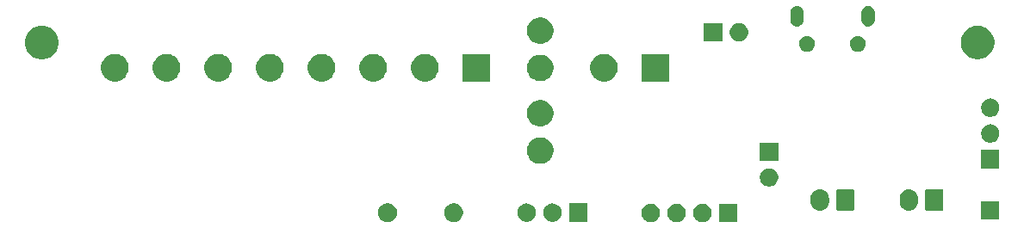
<source format=gbr>
G04 #@! TF.GenerationSoftware,KiCad,Pcbnew,(5.1.5)-3*
G04 #@! TF.CreationDate,2020-01-16T00:36:52-05:00*
G04 #@! TF.ProjectId,STM32_Klipper_Expander,53544d33-325f-44b6-9c69-707065725f45,rev?*
G04 #@! TF.SameCoordinates,Original*
G04 #@! TF.FileFunction,Soldermask,Bot*
G04 #@! TF.FilePolarity,Negative*
%FSLAX46Y46*%
G04 Gerber Fmt 4.6, Leading zero omitted, Abs format (unit mm)*
G04 Created by KiCad (PCBNEW (5.1.5)-3) date 2020-01-16 00:36:52*
%MOMM*%
%LPD*%
G04 APERTURE LIST*
%ADD10C,0.100000*%
G04 APERTURE END LIST*
D10*
G36*
X172395000Y-97679000D02*
G01*
X170593000Y-97679000D01*
X170593000Y-95877000D01*
X172395000Y-95877000D01*
X172395000Y-97679000D01*
G37*
G36*
X169067512Y-95881927D02*
G01*
X169216812Y-95911624D01*
X169380784Y-95979544D01*
X169528354Y-96078147D01*
X169653853Y-96203646D01*
X169752456Y-96351216D01*
X169820376Y-96515188D01*
X169855000Y-96689259D01*
X169855000Y-96866741D01*
X169820376Y-97040812D01*
X169752456Y-97204784D01*
X169653853Y-97352354D01*
X169528354Y-97477853D01*
X169380784Y-97576456D01*
X169216812Y-97644376D01*
X169067512Y-97674073D01*
X169042742Y-97679000D01*
X168865258Y-97679000D01*
X168840488Y-97674073D01*
X168691188Y-97644376D01*
X168527216Y-97576456D01*
X168379646Y-97477853D01*
X168254147Y-97352354D01*
X168155544Y-97204784D01*
X168087624Y-97040812D01*
X168053000Y-96866741D01*
X168053000Y-96689259D01*
X168087624Y-96515188D01*
X168155544Y-96351216D01*
X168254147Y-96203646D01*
X168379646Y-96078147D01*
X168527216Y-95979544D01*
X168691188Y-95911624D01*
X168840488Y-95881927D01*
X168865258Y-95877000D01*
X169042742Y-95877000D01*
X169067512Y-95881927D01*
G37*
G36*
X163987512Y-95881927D02*
G01*
X164136812Y-95911624D01*
X164300784Y-95979544D01*
X164448354Y-96078147D01*
X164573853Y-96203646D01*
X164672456Y-96351216D01*
X164740376Y-96515188D01*
X164775000Y-96689259D01*
X164775000Y-96866741D01*
X164740376Y-97040812D01*
X164672456Y-97204784D01*
X164573853Y-97352354D01*
X164448354Y-97477853D01*
X164300784Y-97576456D01*
X164136812Y-97644376D01*
X163987512Y-97674073D01*
X163962742Y-97679000D01*
X163785258Y-97679000D01*
X163760488Y-97674073D01*
X163611188Y-97644376D01*
X163447216Y-97576456D01*
X163299646Y-97477853D01*
X163174147Y-97352354D01*
X163075544Y-97204784D01*
X163007624Y-97040812D01*
X162973000Y-96866741D01*
X162973000Y-96689259D01*
X163007624Y-96515188D01*
X163075544Y-96351216D01*
X163174147Y-96203646D01*
X163299646Y-96078147D01*
X163447216Y-95979544D01*
X163611188Y-95911624D01*
X163760488Y-95881927D01*
X163785258Y-95877000D01*
X163962742Y-95877000D01*
X163987512Y-95881927D01*
G37*
G36*
X166527512Y-95881927D02*
G01*
X166676812Y-95911624D01*
X166840784Y-95979544D01*
X166988354Y-96078147D01*
X167113853Y-96203646D01*
X167212456Y-96351216D01*
X167280376Y-96515188D01*
X167315000Y-96689259D01*
X167315000Y-96866741D01*
X167280376Y-97040812D01*
X167212456Y-97204784D01*
X167113853Y-97352354D01*
X166988354Y-97477853D01*
X166840784Y-97576456D01*
X166676812Y-97644376D01*
X166527512Y-97674073D01*
X166502742Y-97679000D01*
X166325258Y-97679000D01*
X166300488Y-97674073D01*
X166151188Y-97644376D01*
X165987216Y-97576456D01*
X165839646Y-97477853D01*
X165714147Y-97352354D01*
X165615544Y-97204784D01*
X165547624Y-97040812D01*
X165513000Y-96866741D01*
X165513000Y-96689259D01*
X165547624Y-96515188D01*
X165615544Y-96351216D01*
X165714147Y-96203646D01*
X165839646Y-96078147D01*
X165987216Y-95979544D01*
X166151188Y-95911624D01*
X166300488Y-95881927D01*
X166325258Y-95877000D01*
X166502742Y-95877000D01*
X166527512Y-95881927D01*
G37*
G36*
X144770104Y-95859585D02*
G01*
X144938626Y-95929389D01*
X145090291Y-96030728D01*
X145219272Y-96159709D01*
X145320611Y-96311374D01*
X145390415Y-96479896D01*
X145426000Y-96658797D01*
X145426000Y-96841203D01*
X145390415Y-97020104D01*
X145320611Y-97188626D01*
X145219272Y-97340291D01*
X145090291Y-97469272D01*
X144938626Y-97570611D01*
X144770104Y-97640415D01*
X144591203Y-97676000D01*
X144408797Y-97676000D01*
X144229896Y-97640415D01*
X144061374Y-97570611D01*
X143909709Y-97469272D01*
X143780728Y-97340291D01*
X143679389Y-97188626D01*
X143609585Y-97020104D01*
X143574000Y-96841203D01*
X143574000Y-96658797D01*
X143609585Y-96479896D01*
X143679389Y-96311374D01*
X143780728Y-96159709D01*
X143909709Y-96030728D01*
X144061374Y-95929389D01*
X144229896Y-95859585D01*
X144408797Y-95824000D01*
X144591203Y-95824000D01*
X144770104Y-95859585D01*
G37*
G36*
X138270104Y-95859585D02*
G01*
X138438626Y-95929389D01*
X138590291Y-96030728D01*
X138719272Y-96159709D01*
X138820611Y-96311374D01*
X138890415Y-96479896D01*
X138926000Y-96658797D01*
X138926000Y-96841203D01*
X138890415Y-97020104D01*
X138820611Y-97188626D01*
X138719272Y-97340291D01*
X138590291Y-97469272D01*
X138438626Y-97570611D01*
X138270104Y-97640415D01*
X138091203Y-97676000D01*
X137908797Y-97676000D01*
X137729896Y-97640415D01*
X137561374Y-97570611D01*
X137409709Y-97469272D01*
X137280728Y-97340291D01*
X137179389Y-97188626D01*
X137109585Y-97020104D01*
X137074000Y-96841203D01*
X137074000Y-96658797D01*
X137109585Y-96479896D01*
X137179389Y-96311374D01*
X137280728Y-96159709D01*
X137409709Y-96030728D01*
X137561374Y-95929389D01*
X137729896Y-95859585D01*
X137908797Y-95824000D01*
X138091203Y-95824000D01*
X138270104Y-95859585D01*
G37*
G36*
X154323512Y-95853927D02*
G01*
X154472812Y-95883624D01*
X154636784Y-95951544D01*
X154784354Y-96050147D01*
X154909853Y-96175646D01*
X155008456Y-96323216D01*
X155076376Y-96487188D01*
X155111000Y-96661259D01*
X155111000Y-96838741D01*
X155076376Y-97012812D01*
X155008456Y-97176784D01*
X154909853Y-97324354D01*
X154784354Y-97449853D01*
X154636784Y-97548456D01*
X154472812Y-97616376D01*
X154332048Y-97644375D01*
X154298742Y-97651000D01*
X154121258Y-97651000D01*
X154087952Y-97644375D01*
X153947188Y-97616376D01*
X153783216Y-97548456D01*
X153635646Y-97449853D01*
X153510147Y-97324354D01*
X153411544Y-97176784D01*
X153343624Y-97012812D01*
X153309000Y-96838741D01*
X153309000Y-96661259D01*
X153343624Y-96487188D01*
X153411544Y-96323216D01*
X153510147Y-96175646D01*
X153635646Y-96050147D01*
X153783216Y-95951544D01*
X153947188Y-95883624D01*
X154096488Y-95853927D01*
X154121258Y-95849000D01*
X154298742Y-95849000D01*
X154323512Y-95853927D01*
G37*
G36*
X157651000Y-97651000D02*
G01*
X155849000Y-97651000D01*
X155849000Y-95849000D01*
X157651000Y-95849000D01*
X157651000Y-97651000D01*
G37*
G36*
X151783512Y-95853927D02*
G01*
X151932812Y-95883624D01*
X152096784Y-95951544D01*
X152244354Y-96050147D01*
X152369853Y-96175646D01*
X152468456Y-96323216D01*
X152536376Y-96487188D01*
X152571000Y-96661259D01*
X152571000Y-96838741D01*
X152536376Y-97012812D01*
X152468456Y-97176784D01*
X152369853Y-97324354D01*
X152244354Y-97449853D01*
X152096784Y-97548456D01*
X151932812Y-97616376D01*
X151792048Y-97644375D01*
X151758742Y-97651000D01*
X151581258Y-97651000D01*
X151547952Y-97644375D01*
X151407188Y-97616376D01*
X151243216Y-97548456D01*
X151095646Y-97449853D01*
X150970147Y-97324354D01*
X150871544Y-97176784D01*
X150803624Y-97012812D01*
X150769000Y-96838741D01*
X150769000Y-96661259D01*
X150803624Y-96487188D01*
X150871544Y-96323216D01*
X150970147Y-96175646D01*
X151095646Y-96050147D01*
X151243216Y-95951544D01*
X151407188Y-95883624D01*
X151556488Y-95853927D01*
X151581258Y-95849000D01*
X151758742Y-95849000D01*
X151783512Y-95853927D01*
G37*
G36*
X198151000Y-97401000D02*
G01*
X196349000Y-97401000D01*
X196349000Y-95599000D01*
X198151000Y-95599000D01*
X198151000Y-97401000D01*
G37*
G36*
X180676627Y-94462037D02*
G01*
X180846466Y-94513557D01*
X181002991Y-94597222D01*
X181038729Y-94626552D01*
X181140186Y-94709814D01*
X181223448Y-94811271D01*
X181252778Y-94847009D01*
X181336443Y-95003534D01*
X181387963Y-95173374D01*
X181401000Y-95305743D01*
X181401000Y-95694258D01*
X181387963Y-95826627D01*
X181336443Y-95996466D01*
X181252778Y-96152991D01*
X181223448Y-96188729D01*
X181140186Y-96290186D01*
X181002989Y-96402779D01*
X180858712Y-96479897D01*
X180846465Y-96486443D01*
X180676626Y-96537963D01*
X180500000Y-96555359D01*
X180323373Y-96537963D01*
X180153534Y-96486443D01*
X180141286Y-96479896D01*
X179997011Y-96402779D01*
X179997009Y-96402778D01*
X179934183Y-96351218D01*
X179859814Y-96290186D01*
X179747221Y-96152989D01*
X179663558Y-95996467D01*
X179658424Y-95979544D01*
X179612037Y-95826626D01*
X179599000Y-95694257D01*
X179599000Y-95305742D01*
X179612037Y-95173373D01*
X179663557Y-95003534D01*
X179747222Y-94847009D01*
X179859815Y-94709815D01*
X179997010Y-94597222D01*
X180153535Y-94513557D01*
X180323374Y-94462037D01*
X180500000Y-94444641D01*
X180676627Y-94462037D01*
G37*
G36*
X189426627Y-94462037D02*
G01*
X189596466Y-94513557D01*
X189752991Y-94597222D01*
X189788729Y-94626552D01*
X189890186Y-94709814D01*
X189973448Y-94811271D01*
X190002778Y-94847009D01*
X190086443Y-95003534D01*
X190137963Y-95173374D01*
X190151000Y-95305743D01*
X190151000Y-95694258D01*
X190137963Y-95826627D01*
X190086443Y-95996466D01*
X190002778Y-96152991D01*
X189973448Y-96188729D01*
X189890186Y-96290186D01*
X189752989Y-96402779D01*
X189608712Y-96479897D01*
X189596465Y-96486443D01*
X189426626Y-96537963D01*
X189250000Y-96555359D01*
X189073373Y-96537963D01*
X188903534Y-96486443D01*
X188891286Y-96479896D01*
X188747011Y-96402779D01*
X188747009Y-96402778D01*
X188684183Y-96351218D01*
X188609814Y-96290186D01*
X188497221Y-96152989D01*
X188413558Y-95996467D01*
X188408424Y-95979544D01*
X188362037Y-95826626D01*
X188349000Y-95694257D01*
X188349000Y-95305742D01*
X188362037Y-95173373D01*
X188413557Y-95003534D01*
X188497222Y-94847009D01*
X188609815Y-94709815D01*
X188747010Y-94597222D01*
X188903535Y-94513557D01*
X189073374Y-94462037D01*
X189250000Y-94444641D01*
X189426627Y-94462037D01*
G37*
G36*
X192508600Y-94452989D02*
G01*
X192541652Y-94463015D01*
X192572103Y-94479292D01*
X192598799Y-94501201D01*
X192620708Y-94527897D01*
X192636985Y-94558348D01*
X192647011Y-94591400D01*
X192651000Y-94631903D01*
X192651000Y-96368097D01*
X192647011Y-96408600D01*
X192636985Y-96441652D01*
X192620708Y-96472103D01*
X192598799Y-96498799D01*
X192572103Y-96520708D01*
X192541652Y-96536985D01*
X192508600Y-96547011D01*
X192468097Y-96551000D01*
X191031903Y-96551000D01*
X190991400Y-96547011D01*
X190958348Y-96536985D01*
X190927897Y-96520708D01*
X190901201Y-96498799D01*
X190879292Y-96472103D01*
X190863015Y-96441652D01*
X190852989Y-96408600D01*
X190849000Y-96368097D01*
X190849000Y-94631903D01*
X190852989Y-94591400D01*
X190863015Y-94558348D01*
X190879292Y-94527897D01*
X190901201Y-94501201D01*
X190927897Y-94479292D01*
X190958348Y-94463015D01*
X190991400Y-94452989D01*
X191031903Y-94449000D01*
X192468097Y-94449000D01*
X192508600Y-94452989D01*
G37*
G36*
X183758600Y-94452989D02*
G01*
X183791652Y-94463015D01*
X183822103Y-94479292D01*
X183848799Y-94501201D01*
X183870708Y-94527897D01*
X183886985Y-94558348D01*
X183897011Y-94591400D01*
X183901000Y-94631903D01*
X183901000Y-96368097D01*
X183897011Y-96408600D01*
X183886985Y-96441652D01*
X183870708Y-96472103D01*
X183848799Y-96498799D01*
X183822103Y-96520708D01*
X183791652Y-96536985D01*
X183758600Y-96547011D01*
X183718097Y-96551000D01*
X182281903Y-96551000D01*
X182241400Y-96547011D01*
X182208348Y-96536985D01*
X182177897Y-96520708D01*
X182151201Y-96498799D01*
X182129292Y-96472103D01*
X182113015Y-96441652D01*
X182102989Y-96408600D01*
X182099000Y-96368097D01*
X182099000Y-94631903D01*
X182102989Y-94591400D01*
X182113015Y-94558348D01*
X182129292Y-94527897D01*
X182151201Y-94501201D01*
X182177897Y-94479292D01*
X182208348Y-94463015D01*
X182241400Y-94452989D01*
X182281903Y-94449000D01*
X183718097Y-94449000D01*
X183758600Y-94452989D01*
G37*
G36*
X175613512Y-92393927D02*
G01*
X175762812Y-92423624D01*
X175926784Y-92491544D01*
X176074354Y-92590147D01*
X176199853Y-92715646D01*
X176298456Y-92863216D01*
X176366376Y-93027188D01*
X176401000Y-93201259D01*
X176401000Y-93378741D01*
X176366376Y-93552812D01*
X176298456Y-93716784D01*
X176199853Y-93864354D01*
X176074354Y-93989853D01*
X175926784Y-94088456D01*
X175762812Y-94156376D01*
X175613512Y-94186073D01*
X175588742Y-94191000D01*
X175411258Y-94191000D01*
X175386488Y-94186073D01*
X175237188Y-94156376D01*
X175073216Y-94088456D01*
X174925646Y-93989853D01*
X174800147Y-93864354D01*
X174701544Y-93716784D01*
X174633624Y-93552812D01*
X174599000Y-93378741D01*
X174599000Y-93201259D01*
X174633624Y-93027188D01*
X174701544Y-92863216D01*
X174800147Y-92715646D01*
X174925646Y-92590147D01*
X175073216Y-92491544D01*
X175237188Y-92423624D01*
X175386488Y-92393927D01*
X175411258Y-92389000D01*
X175588742Y-92389000D01*
X175613512Y-92393927D01*
G37*
G36*
X198151000Y-92401000D02*
G01*
X196349000Y-92401000D01*
X196349000Y-90599000D01*
X198151000Y-90599000D01*
X198151000Y-92401000D01*
G37*
G36*
X153379487Y-89383996D02*
G01*
X153616253Y-89482068D01*
X153616255Y-89482069D01*
X153694505Y-89534354D01*
X153829339Y-89624447D01*
X154010553Y-89805661D01*
X154152932Y-90018747D01*
X154251004Y-90255513D01*
X154301000Y-90506861D01*
X154301000Y-90763139D01*
X154251004Y-91014487D01*
X154152932Y-91251253D01*
X154152931Y-91251255D01*
X154010553Y-91464339D01*
X153829339Y-91645553D01*
X153616255Y-91787931D01*
X153616254Y-91787932D01*
X153616253Y-91787932D01*
X153379487Y-91886004D01*
X153128139Y-91936000D01*
X152871861Y-91936000D01*
X152620513Y-91886004D01*
X152383747Y-91787932D01*
X152383746Y-91787932D01*
X152383745Y-91787931D01*
X152170661Y-91645553D01*
X151989447Y-91464339D01*
X151847069Y-91251255D01*
X151847068Y-91251253D01*
X151748996Y-91014487D01*
X151699000Y-90763139D01*
X151699000Y-90506861D01*
X151748996Y-90255513D01*
X151847068Y-90018747D01*
X151989447Y-89805661D01*
X152170661Y-89624447D01*
X152305495Y-89534354D01*
X152383745Y-89482069D01*
X152383747Y-89482068D01*
X152620513Y-89383996D01*
X152871861Y-89334000D01*
X153128139Y-89334000D01*
X153379487Y-89383996D01*
G37*
G36*
X176401000Y-91651000D02*
G01*
X174599000Y-91651000D01*
X174599000Y-89849000D01*
X176401000Y-89849000D01*
X176401000Y-91651000D01*
G37*
G36*
X197363512Y-88063927D02*
G01*
X197512812Y-88093624D01*
X197676784Y-88161544D01*
X197824354Y-88260147D01*
X197949853Y-88385646D01*
X198048456Y-88533216D01*
X198116376Y-88697188D01*
X198151000Y-88871259D01*
X198151000Y-89048741D01*
X198116376Y-89222812D01*
X198048456Y-89386784D01*
X197949853Y-89534354D01*
X197824354Y-89659853D01*
X197676784Y-89758456D01*
X197512812Y-89826376D01*
X197363512Y-89856073D01*
X197338742Y-89861000D01*
X197161258Y-89861000D01*
X197136488Y-89856073D01*
X196987188Y-89826376D01*
X196823216Y-89758456D01*
X196675646Y-89659853D01*
X196550147Y-89534354D01*
X196451544Y-89386784D01*
X196383624Y-89222812D01*
X196349000Y-89048741D01*
X196349000Y-88871259D01*
X196383624Y-88697188D01*
X196451544Y-88533216D01*
X196550147Y-88385646D01*
X196675646Y-88260147D01*
X196823216Y-88161544D01*
X196987188Y-88093624D01*
X197136488Y-88063927D01*
X197161258Y-88059000D01*
X197338742Y-88059000D01*
X197363512Y-88063927D01*
G37*
G36*
X153379487Y-85723996D02*
G01*
X153616253Y-85822068D01*
X153616255Y-85822069D01*
X153651542Y-85845647D01*
X153829339Y-85964447D01*
X154010553Y-86145661D01*
X154152932Y-86358747D01*
X154251004Y-86595513D01*
X154301000Y-86846861D01*
X154301000Y-87103139D01*
X154251004Y-87354487D01*
X154152932Y-87591253D01*
X154152931Y-87591255D01*
X154010553Y-87804339D01*
X153829339Y-87985553D01*
X153616255Y-88127931D01*
X153616254Y-88127932D01*
X153616253Y-88127932D01*
X153379487Y-88226004D01*
X153128139Y-88276000D01*
X152871861Y-88276000D01*
X152620513Y-88226004D01*
X152383747Y-88127932D01*
X152383746Y-88127932D01*
X152383745Y-88127931D01*
X152170661Y-87985553D01*
X151989447Y-87804339D01*
X151847069Y-87591255D01*
X151847068Y-87591253D01*
X151748996Y-87354487D01*
X151699000Y-87103139D01*
X151699000Y-86846861D01*
X151748996Y-86595513D01*
X151847068Y-86358747D01*
X151989447Y-86145661D01*
X152170661Y-85964447D01*
X152348458Y-85845647D01*
X152383745Y-85822069D01*
X152383747Y-85822068D01*
X152620513Y-85723996D01*
X152871861Y-85674000D01*
X153128139Y-85674000D01*
X153379487Y-85723996D01*
G37*
G36*
X197363512Y-85523927D02*
G01*
X197512812Y-85553624D01*
X197676784Y-85621544D01*
X197824354Y-85720147D01*
X197949853Y-85845646D01*
X198048456Y-85993216D01*
X198116376Y-86157188D01*
X198151000Y-86331259D01*
X198151000Y-86508741D01*
X198116376Y-86682812D01*
X198048456Y-86846784D01*
X197949853Y-86994354D01*
X197824354Y-87119853D01*
X197676784Y-87218456D01*
X197512812Y-87286376D01*
X197363512Y-87316073D01*
X197338742Y-87321000D01*
X197161258Y-87321000D01*
X197136488Y-87316073D01*
X196987188Y-87286376D01*
X196823216Y-87218456D01*
X196675646Y-87119853D01*
X196550147Y-86994354D01*
X196451544Y-86846784D01*
X196383624Y-86682812D01*
X196349000Y-86508741D01*
X196349000Y-86331259D01*
X196383624Y-86157188D01*
X196451544Y-85993216D01*
X196550147Y-85845646D01*
X196675646Y-85720147D01*
X196823216Y-85621544D01*
X196987188Y-85553624D01*
X197136488Y-85523927D01*
X197161258Y-85519000D01*
X197338742Y-85519000D01*
X197363512Y-85523927D01*
G37*
G36*
X116664072Y-81200918D02*
G01*
X116860827Y-81282416D01*
X116909939Y-81302759D01*
X116983736Y-81352069D01*
X117131211Y-81450609D01*
X117319391Y-81638789D01*
X117467242Y-81860063D01*
X117569082Y-82105928D01*
X117572978Y-82125512D01*
X117621000Y-82366938D01*
X117621000Y-82633062D01*
X117569082Y-82894072D01*
X117467241Y-83139939D01*
X117319390Y-83361212D01*
X117131212Y-83549390D01*
X116909939Y-83697241D01*
X116909938Y-83697242D01*
X116909937Y-83697242D01*
X116664072Y-83799082D01*
X116403063Y-83851000D01*
X116136937Y-83851000D01*
X115875928Y-83799082D01*
X115630063Y-83697242D01*
X115630062Y-83697242D01*
X115630061Y-83697241D01*
X115408788Y-83549390D01*
X115220610Y-83361212D01*
X115072759Y-83139939D01*
X114970918Y-82894072D01*
X114919000Y-82633062D01*
X114919000Y-82366938D01*
X114967023Y-82125512D01*
X114970918Y-82105928D01*
X115072758Y-81860063D01*
X115220609Y-81638789D01*
X115408789Y-81450609D01*
X115556264Y-81352069D01*
X115630061Y-81302759D01*
X115679174Y-81282416D01*
X115875928Y-81200918D01*
X116136937Y-81149000D01*
X116403063Y-81149000D01*
X116664072Y-81200918D01*
G37*
G36*
X121744072Y-81200918D02*
G01*
X121940827Y-81282416D01*
X121989939Y-81302759D01*
X122063736Y-81352069D01*
X122211211Y-81450609D01*
X122399391Y-81638789D01*
X122547242Y-81860063D01*
X122649082Y-82105928D01*
X122652978Y-82125512D01*
X122701000Y-82366938D01*
X122701000Y-82633062D01*
X122649082Y-82894072D01*
X122547241Y-83139939D01*
X122399390Y-83361212D01*
X122211212Y-83549390D01*
X121989939Y-83697241D01*
X121989938Y-83697242D01*
X121989937Y-83697242D01*
X121744072Y-83799082D01*
X121483063Y-83851000D01*
X121216937Y-83851000D01*
X120955928Y-83799082D01*
X120710063Y-83697242D01*
X120710062Y-83697242D01*
X120710061Y-83697241D01*
X120488788Y-83549390D01*
X120300610Y-83361212D01*
X120152759Y-83139939D01*
X120050918Y-82894072D01*
X119999000Y-82633062D01*
X119999000Y-82366938D01*
X120047023Y-82125512D01*
X120050918Y-82105928D01*
X120152758Y-81860063D01*
X120300609Y-81638789D01*
X120488789Y-81450609D01*
X120636264Y-81352069D01*
X120710061Y-81302759D01*
X120759174Y-81282416D01*
X120955928Y-81200918D01*
X121216937Y-81149000D01*
X121483063Y-81149000D01*
X121744072Y-81200918D01*
G37*
G36*
X126824072Y-81200918D02*
G01*
X127020827Y-81282416D01*
X127069939Y-81302759D01*
X127143736Y-81352069D01*
X127291211Y-81450609D01*
X127479391Y-81638789D01*
X127627242Y-81860063D01*
X127729082Y-82105928D01*
X127732978Y-82125512D01*
X127781000Y-82366938D01*
X127781000Y-82633062D01*
X127729082Y-82894072D01*
X127627241Y-83139939D01*
X127479390Y-83361212D01*
X127291212Y-83549390D01*
X127069939Y-83697241D01*
X127069938Y-83697242D01*
X127069937Y-83697242D01*
X126824072Y-83799082D01*
X126563063Y-83851000D01*
X126296937Y-83851000D01*
X126035928Y-83799082D01*
X125790063Y-83697242D01*
X125790062Y-83697242D01*
X125790061Y-83697241D01*
X125568788Y-83549390D01*
X125380610Y-83361212D01*
X125232759Y-83139939D01*
X125130918Y-82894072D01*
X125079000Y-82633062D01*
X125079000Y-82366938D01*
X125127023Y-82125512D01*
X125130918Y-82105928D01*
X125232758Y-81860063D01*
X125380609Y-81638789D01*
X125568789Y-81450609D01*
X125716264Y-81352069D01*
X125790061Y-81302759D01*
X125839174Y-81282416D01*
X126035928Y-81200918D01*
X126296937Y-81149000D01*
X126563063Y-81149000D01*
X126824072Y-81200918D01*
G37*
G36*
X131904072Y-81200918D02*
G01*
X132100827Y-81282416D01*
X132149939Y-81302759D01*
X132223736Y-81352069D01*
X132371211Y-81450609D01*
X132559391Y-81638789D01*
X132707242Y-81860063D01*
X132809082Y-82105928D01*
X132812978Y-82125512D01*
X132861000Y-82366938D01*
X132861000Y-82633062D01*
X132809082Y-82894072D01*
X132707241Y-83139939D01*
X132559390Y-83361212D01*
X132371212Y-83549390D01*
X132149939Y-83697241D01*
X132149938Y-83697242D01*
X132149937Y-83697242D01*
X131904072Y-83799082D01*
X131643063Y-83851000D01*
X131376937Y-83851000D01*
X131115928Y-83799082D01*
X130870063Y-83697242D01*
X130870062Y-83697242D01*
X130870061Y-83697241D01*
X130648788Y-83549390D01*
X130460610Y-83361212D01*
X130312759Y-83139939D01*
X130210918Y-82894072D01*
X130159000Y-82633062D01*
X130159000Y-82366938D01*
X130207023Y-82125512D01*
X130210918Y-82105928D01*
X130312758Y-81860063D01*
X130460609Y-81638789D01*
X130648789Y-81450609D01*
X130796264Y-81352069D01*
X130870061Y-81302759D01*
X130919174Y-81282416D01*
X131115928Y-81200918D01*
X131376937Y-81149000D01*
X131643063Y-81149000D01*
X131904072Y-81200918D01*
G37*
G36*
X159664072Y-81200918D02*
G01*
X159860827Y-81282416D01*
X159909939Y-81302759D01*
X159983736Y-81352069D01*
X160131211Y-81450609D01*
X160319391Y-81638789D01*
X160467242Y-81860063D01*
X160569082Y-82105928D01*
X160572978Y-82125512D01*
X160621000Y-82366938D01*
X160621000Y-82633062D01*
X160569082Y-82894072D01*
X160467241Y-83139939D01*
X160319390Y-83361212D01*
X160131212Y-83549390D01*
X159909939Y-83697241D01*
X159909938Y-83697242D01*
X159909937Y-83697242D01*
X159664072Y-83799082D01*
X159403063Y-83851000D01*
X159136937Y-83851000D01*
X158875928Y-83799082D01*
X158630063Y-83697242D01*
X158630062Y-83697242D01*
X158630061Y-83697241D01*
X158408788Y-83549390D01*
X158220610Y-83361212D01*
X158072759Y-83139939D01*
X157970918Y-82894072D01*
X157919000Y-82633062D01*
X157919000Y-82366938D01*
X157967023Y-82125512D01*
X157970918Y-82105928D01*
X158072758Y-81860063D01*
X158220609Y-81638789D01*
X158408789Y-81450609D01*
X158556264Y-81352069D01*
X158630061Y-81302759D01*
X158679174Y-81282416D01*
X158875928Y-81200918D01*
X159136937Y-81149000D01*
X159403063Y-81149000D01*
X159664072Y-81200918D01*
G37*
G36*
X165701000Y-83851000D02*
G01*
X162999000Y-83851000D01*
X162999000Y-81149000D01*
X165701000Y-81149000D01*
X165701000Y-83851000D01*
G37*
G36*
X136984072Y-81200918D02*
G01*
X137180827Y-81282416D01*
X137229939Y-81302759D01*
X137303736Y-81352069D01*
X137451211Y-81450609D01*
X137639391Y-81638789D01*
X137787242Y-81860063D01*
X137889082Y-82105928D01*
X137892978Y-82125512D01*
X137941000Y-82366938D01*
X137941000Y-82633062D01*
X137889082Y-82894072D01*
X137787241Y-83139939D01*
X137639390Y-83361212D01*
X137451212Y-83549390D01*
X137229939Y-83697241D01*
X137229938Y-83697242D01*
X137229937Y-83697242D01*
X136984072Y-83799082D01*
X136723063Y-83851000D01*
X136456937Y-83851000D01*
X136195928Y-83799082D01*
X135950063Y-83697242D01*
X135950062Y-83697242D01*
X135950061Y-83697241D01*
X135728788Y-83549390D01*
X135540610Y-83361212D01*
X135392759Y-83139939D01*
X135290918Y-82894072D01*
X135239000Y-82633062D01*
X135239000Y-82366938D01*
X135287023Y-82125512D01*
X135290918Y-82105928D01*
X135392758Y-81860063D01*
X135540609Y-81638789D01*
X135728789Y-81450609D01*
X135876264Y-81352069D01*
X135950061Y-81302759D01*
X135999174Y-81282416D01*
X136195928Y-81200918D01*
X136456937Y-81149000D01*
X136723063Y-81149000D01*
X136984072Y-81200918D01*
G37*
G36*
X142064072Y-81200918D02*
G01*
X142260827Y-81282416D01*
X142309939Y-81302759D01*
X142383736Y-81352069D01*
X142531211Y-81450609D01*
X142719391Y-81638789D01*
X142867242Y-81860063D01*
X142969082Y-82105928D01*
X142972978Y-82125512D01*
X143021000Y-82366938D01*
X143021000Y-82633062D01*
X142969082Y-82894072D01*
X142867241Y-83139939D01*
X142719390Y-83361212D01*
X142531212Y-83549390D01*
X142309939Y-83697241D01*
X142309938Y-83697242D01*
X142309937Y-83697242D01*
X142064072Y-83799082D01*
X141803063Y-83851000D01*
X141536937Y-83851000D01*
X141275928Y-83799082D01*
X141030063Y-83697242D01*
X141030062Y-83697242D01*
X141030061Y-83697241D01*
X140808788Y-83549390D01*
X140620610Y-83361212D01*
X140472759Y-83139939D01*
X140370918Y-82894072D01*
X140319000Y-82633062D01*
X140319000Y-82366938D01*
X140367023Y-82125512D01*
X140370918Y-82105928D01*
X140472758Y-81860063D01*
X140620609Y-81638789D01*
X140808789Y-81450609D01*
X140956264Y-81352069D01*
X141030061Y-81302759D01*
X141079174Y-81282416D01*
X141275928Y-81200918D01*
X141536937Y-81149000D01*
X141803063Y-81149000D01*
X142064072Y-81200918D01*
G37*
G36*
X148101000Y-83851000D02*
G01*
X145399000Y-83851000D01*
X145399000Y-81149000D01*
X148101000Y-81149000D01*
X148101000Y-83851000D01*
G37*
G36*
X111584072Y-81200918D02*
G01*
X111780827Y-81282416D01*
X111829939Y-81302759D01*
X111903736Y-81352069D01*
X112051211Y-81450609D01*
X112239391Y-81638789D01*
X112387242Y-81860063D01*
X112489082Y-82105928D01*
X112492978Y-82125512D01*
X112541000Y-82366938D01*
X112541000Y-82633062D01*
X112489082Y-82894072D01*
X112387241Y-83139939D01*
X112239390Y-83361212D01*
X112051212Y-83549390D01*
X111829939Y-83697241D01*
X111829938Y-83697242D01*
X111829937Y-83697242D01*
X111584072Y-83799082D01*
X111323063Y-83851000D01*
X111056937Y-83851000D01*
X110795928Y-83799082D01*
X110550063Y-83697242D01*
X110550062Y-83697242D01*
X110550061Y-83697241D01*
X110328788Y-83549390D01*
X110140610Y-83361212D01*
X109992759Y-83139939D01*
X109890918Y-82894072D01*
X109839000Y-82633062D01*
X109839000Y-82366938D01*
X109887023Y-82125512D01*
X109890918Y-82105928D01*
X109992758Y-81860063D01*
X110140609Y-81638789D01*
X110328789Y-81450609D01*
X110476264Y-81352069D01*
X110550061Y-81302759D01*
X110599174Y-81282416D01*
X110795928Y-81200918D01*
X111056937Y-81149000D01*
X111323063Y-81149000D01*
X111584072Y-81200918D01*
G37*
G36*
X153379487Y-81253996D02*
G01*
X153616253Y-81352068D01*
X153616255Y-81352069D01*
X153763731Y-81450609D01*
X153829339Y-81494447D01*
X154010553Y-81675661D01*
X154152932Y-81888747D01*
X154251004Y-82125513D01*
X154301000Y-82376861D01*
X154301000Y-82633139D01*
X154251004Y-82884487D01*
X154152932Y-83121253D01*
X154152931Y-83121255D01*
X154010553Y-83334339D01*
X153829339Y-83515553D01*
X153616255Y-83657931D01*
X153616254Y-83657932D01*
X153616253Y-83657932D01*
X153379487Y-83756004D01*
X153128139Y-83806000D01*
X152871861Y-83806000D01*
X152620513Y-83756004D01*
X152383747Y-83657932D01*
X152383746Y-83657932D01*
X152383745Y-83657931D01*
X152170661Y-83515553D01*
X151989447Y-83334339D01*
X151847069Y-83121255D01*
X151847068Y-83121253D01*
X151748996Y-82884487D01*
X151699000Y-82633139D01*
X151699000Y-82376861D01*
X151748996Y-82125513D01*
X151847068Y-81888747D01*
X151989447Y-81675661D01*
X152170661Y-81494447D01*
X152236269Y-81450609D01*
X152383745Y-81352069D01*
X152383747Y-81352068D01*
X152620513Y-81253996D01*
X152871861Y-81204000D01*
X153128139Y-81204000D01*
X153379487Y-81253996D01*
G37*
G36*
X104375256Y-78391298D02*
G01*
X104481579Y-78412447D01*
X104782042Y-78536903D01*
X105052451Y-78717585D01*
X105282415Y-78947549D01*
X105376757Y-79088742D01*
X105463098Y-79217960D01*
X105465802Y-79224488D01*
X105587553Y-79518421D01*
X105598679Y-79574354D01*
X105651000Y-79837389D01*
X105651000Y-80162611D01*
X105643974Y-80197931D01*
X105587553Y-80481579D01*
X105463097Y-80782042D01*
X105282415Y-81052451D01*
X105052451Y-81282415D01*
X104782042Y-81463097D01*
X104782041Y-81463098D01*
X104782040Y-81463098D01*
X104694037Y-81499550D01*
X104481579Y-81587553D01*
X104375256Y-81608702D01*
X104162611Y-81651000D01*
X103837389Y-81651000D01*
X103624744Y-81608702D01*
X103518421Y-81587553D01*
X103305963Y-81499550D01*
X103217960Y-81463098D01*
X103217959Y-81463098D01*
X103217958Y-81463097D01*
X102947549Y-81282415D01*
X102717585Y-81052451D01*
X102536903Y-80782042D01*
X102412447Y-80481579D01*
X102356026Y-80197931D01*
X102349000Y-80162611D01*
X102349000Y-79837389D01*
X102401321Y-79574354D01*
X102412447Y-79518421D01*
X102534198Y-79224488D01*
X102536902Y-79217960D01*
X102623243Y-79088742D01*
X102717585Y-78947549D01*
X102947549Y-78717585D01*
X103217958Y-78536903D01*
X103518421Y-78412447D01*
X103624744Y-78391298D01*
X103837389Y-78349000D01*
X104162611Y-78349000D01*
X104375256Y-78391298D01*
G37*
G36*
X196375256Y-78391298D02*
G01*
X196481579Y-78412447D01*
X196782042Y-78536903D01*
X197052451Y-78717585D01*
X197282415Y-78947549D01*
X197376757Y-79088742D01*
X197463098Y-79217960D01*
X197465802Y-79224488D01*
X197587553Y-79518421D01*
X197598679Y-79574354D01*
X197651000Y-79837389D01*
X197651000Y-80162611D01*
X197643974Y-80197931D01*
X197587553Y-80481579D01*
X197463097Y-80782042D01*
X197282415Y-81052451D01*
X197052451Y-81282415D01*
X196782042Y-81463097D01*
X196782041Y-81463098D01*
X196782040Y-81463098D01*
X196694037Y-81499550D01*
X196481579Y-81587553D01*
X196375256Y-81608702D01*
X196162611Y-81651000D01*
X195837389Y-81651000D01*
X195624744Y-81608702D01*
X195518421Y-81587553D01*
X195305963Y-81499550D01*
X195217960Y-81463098D01*
X195217959Y-81463098D01*
X195217958Y-81463097D01*
X194947549Y-81282415D01*
X194717585Y-81052451D01*
X194536903Y-80782042D01*
X194412447Y-80481579D01*
X194356026Y-80197931D01*
X194349000Y-80162611D01*
X194349000Y-79837389D01*
X194401321Y-79574354D01*
X194412447Y-79518421D01*
X194534198Y-79224488D01*
X194536902Y-79217960D01*
X194623243Y-79088742D01*
X194717585Y-78947549D01*
X194947549Y-78717585D01*
X195217958Y-78536903D01*
X195518421Y-78412447D01*
X195624744Y-78391298D01*
X195837389Y-78349000D01*
X196162611Y-78349000D01*
X196375256Y-78391298D01*
G37*
G36*
X179468348Y-79375320D02*
G01*
X179468350Y-79375321D01*
X179468351Y-79375321D01*
X179609574Y-79433817D01*
X179609577Y-79433819D01*
X179736669Y-79518739D01*
X179844761Y-79626831D01*
X179929681Y-79753923D01*
X179929683Y-79753926D01*
X179976261Y-79866376D01*
X179988180Y-79895152D01*
X180008624Y-79997932D01*
X180018000Y-80045071D01*
X180018000Y-80197929D01*
X179988179Y-80347851D01*
X179929683Y-80489074D01*
X179929681Y-80489077D01*
X179844761Y-80616169D01*
X179736669Y-80724261D01*
X179650196Y-80782040D01*
X179609574Y-80809183D01*
X179468351Y-80867679D01*
X179468350Y-80867679D01*
X179468348Y-80867680D01*
X179318431Y-80897500D01*
X179165569Y-80897500D01*
X179015652Y-80867680D01*
X179015650Y-80867679D01*
X179015649Y-80867679D01*
X178874426Y-80809183D01*
X178833804Y-80782040D01*
X178747331Y-80724261D01*
X178639239Y-80616169D01*
X178554319Y-80489077D01*
X178554317Y-80489074D01*
X178495821Y-80347851D01*
X178466000Y-80197929D01*
X178466000Y-80045071D01*
X178475376Y-79997932D01*
X178495820Y-79895152D01*
X178507739Y-79866376D01*
X178554317Y-79753926D01*
X178554319Y-79753923D01*
X178639239Y-79626831D01*
X178747331Y-79518739D01*
X178874423Y-79433819D01*
X178874426Y-79433817D01*
X179015649Y-79375321D01*
X179015650Y-79375321D01*
X179015652Y-79375320D01*
X179165569Y-79345500D01*
X179318431Y-79345500D01*
X179468348Y-79375320D01*
G37*
G36*
X184468348Y-79375320D02*
G01*
X184468350Y-79375321D01*
X184468351Y-79375321D01*
X184609574Y-79433817D01*
X184609577Y-79433819D01*
X184736669Y-79518739D01*
X184844761Y-79626831D01*
X184929681Y-79753923D01*
X184929683Y-79753926D01*
X184976261Y-79866376D01*
X184988180Y-79895152D01*
X185008624Y-79997932D01*
X185018000Y-80045071D01*
X185018000Y-80197929D01*
X184988179Y-80347851D01*
X184929683Y-80489074D01*
X184929681Y-80489077D01*
X184844761Y-80616169D01*
X184736669Y-80724261D01*
X184650196Y-80782040D01*
X184609574Y-80809183D01*
X184468351Y-80867679D01*
X184468350Y-80867679D01*
X184468348Y-80867680D01*
X184318431Y-80897500D01*
X184165569Y-80897500D01*
X184015652Y-80867680D01*
X184015650Y-80867679D01*
X184015649Y-80867679D01*
X183874426Y-80809183D01*
X183833804Y-80782040D01*
X183747331Y-80724261D01*
X183639239Y-80616169D01*
X183554319Y-80489077D01*
X183554317Y-80489074D01*
X183495821Y-80347851D01*
X183466000Y-80197929D01*
X183466000Y-80045071D01*
X183475376Y-79997932D01*
X183495820Y-79895152D01*
X183507739Y-79866376D01*
X183554317Y-79753926D01*
X183554319Y-79753923D01*
X183639239Y-79626831D01*
X183747331Y-79518739D01*
X183874423Y-79433819D01*
X183874426Y-79433817D01*
X184015649Y-79375321D01*
X184015650Y-79375321D01*
X184015652Y-79375320D01*
X184165569Y-79345500D01*
X184318431Y-79345500D01*
X184468348Y-79375320D01*
G37*
G36*
X153379487Y-77593996D02*
G01*
X153616253Y-77692068D01*
X153616255Y-77692069D01*
X153829339Y-77834447D01*
X154010553Y-78015661D01*
X154090243Y-78134925D01*
X154152932Y-78228747D01*
X154251004Y-78465513D01*
X154301000Y-78716861D01*
X154301000Y-78973139D01*
X154251004Y-79224487D01*
X154152932Y-79461253D01*
X154152931Y-79461255D01*
X154010553Y-79674339D01*
X153829339Y-79855553D01*
X153616255Y-79997931D01*
X153616254Y-79997932D01*
X153616253Y-79997932D01*
X153379487Y-80096004D01*
X153128139Y-80146000D01*
X152871861Y-80146000D01*
X152620513Y-80096004D01*
X152383747Y-79997932D01*
X152383746Y-79997932D01*
X152383745Y-79997931D01*
X152170661Y-79855553D01*
X151989447Y-79674339D01*
X151847069Y-79461255D01*
X151847068Y-79461253D01*
X151748996Y-79224487D01*
X151699000Y-78973139D01*
X151699000Y-78716861D01*
X151748996Y-78465513D01*
X151847068Y-78228747D01*
X151909758Y-78134925D01*
X151989447Y-78015661D01*
X152170661Y-77834447D01*
X152383745Y-77692069D01*
X152383747Y-77692068D01*
X152620513Y-77593996D01*
X152871861Y-77544000D01*
X153128139Y-77544000D01*
X153379487Y-77593996D01*
G37*
G36*
X172653512Y-78103927D02*
G01*
X172802812Y-78133624D01*
X172966784Y-78201544D01*
X173114354Y-78300147D01*
X173239853Y-78425646D01*
X173338456Y-78573216D01*
X173406376Y-78737188D01*
X173441000Y-78911259D01*
X173441000Y-79088741D01*
X173406376Y-79262812D01*
X173338456Y-79426784D01*
X173239853Y-79574354D01*
X173114354Y-79699853D01*
X172966784Y-79798456D01*
X172802812Y-79866376D01*
X172653512Y-79896073D01*
X172628742Y-79901000D01*
X172451258Y-79901000D01*
X172426488Y-79896073D01*
X172277188Y-79866376D01*
X172113216Y-79798456D01*
X171965646Y-79699853D01*
X171840147Y-79574354D01*
X171741544Y-79426784D01*
X171673624Y-79262812D01*
X171639000Y-79088741D01*
X171639000Y-78911259D01*
X171673624Y-78737188D01*
X171741544Y-78573216D01*
X171840147Y-78425646D01*
X171965646Y-78300147D01*
X172113216Y-78201544D01*
X172277188Y-78133624D01*
X172426488Y-78103927D01*
X172451258Y-78099000D01*
X172628742Y-78099000D01*
X172653512Y-78103927D01*
G37*
G36*
X170901000Y-79901000D02*
G01*
X169099000Y-79901000D01*
X169099000Y-78099000D01*
X170901000Y-78099000D01*
X170901000Y-79901000D01*
G37*
G36*
X178369618Y-76429920D02*
G01*
X178460404Y-76457460D01*
X178492336Y-76467146D01*
X178605425Y-76527594D01*
X178704554Y-76608946D01*
X178785906Y-76708075D01*
X178846354Y-76821164D01*
X178856040Y-76853096D01*
X178883580Y-76943882D01*
X178893000Y-77039527D01*
X178893000Y-77803473D01*
X178883580Y-77899118D01*
X178856040Y-77989904D01*
X178846354Y-78021836D01*
X178785906Y-78134925D01*
X178704554Y-78234053D01*
X178605424Y-78315406D01*
X178492335Y-78375854D01*
X178460403Y-78385540D01*
X178369617Y-78413080D01*
X178242000Y-78425649D01*
X178114382Y-78413080D01*
X178023596Y-78385540D01*
X177991664Y-78375854D01*
X177878575Y-78315406D01*
X177779447Y-78234054D01*
X177698094Y-78134924D01*
X177637646Y-78021835D01*
X177627960Y-77989903D01*
X177600420Y-77899117D01*
X177591000Y-77803472D01*
X177591000Y-77039527D01*
X177600420Y-76943882D01*
X177637645Y-76821168D01*
X177662608Y-76774466D01*
X177698095Y-76708075D01*
X177779447Y-76608946D01*
X177878576Y-76527594D01*
X177991665Y-76467146D01*
X178023597Y-76457460D01*
X178114383Y-76429920D01*
X178242000Y-76417351D01*
X178369618Y-76429920D01*
G37*
G36*
X185369617Y-76429920D02*
G01*
X185460403Y-76457460D01*
X185492335Y-76467146D01*
X185605424Y-76527594D01*
X185704554Y-76608947D01*
X185785906Y-76708075D01*
X185846354Y-76821164D01*
X185856040Y-76853096D01*
X185883580Y-76943882D01*
X185893000Y-77039527D01*
X185893000Y-77803473D01*
X185883580Y-77899118D01*
X185856040Y-77989904D01*
X185846354Y-78021836D01*
X185785906Y-78134925D01*
X185704554Y-78234054D01*
X185605425Y-78315406D01*
X185492336Y-78375854D01*
X185460404Y-78385540D01*
X185369618Y-78413080D01*
X185242000Y-78425649D01*
X185114383Y-78413080D01*
X185023597Y-78385540D01*
X184991665Y-78375854D01*
X184878576Y-78315406D01*
X184779447Y-78234054D01*
X184698095Y-78134925D01*
X184637648Y-78021837D01*
X184637645Y-78021832D01*
X184600420Y-77899118D01*
X184591000Y-77803473D01*
X184591000Y-77039528D01*
X184600420Y-76943883D01*
X184637645Y-76821169D01*
X184637646Y-76821165D01*
X184698094Y-76708076D01*
X184779447Y-76608946D01*
X184878575Y-76527594D01*
X184991664Y-76467146D01*
X185023596Y-76457460D01*
X185114382Y-76429920D01*
X185242000Y-76417351D01*
X185369617Y-76429920D01*
G37*
M02*

</source>
